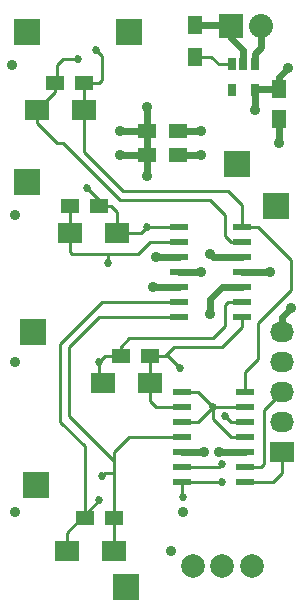
<source format=gbr>
G04 #@! TF.FileFunction,Copper,L1,Top,Signal*
%FSLAX46Y46*%
G04 Gerber Fmt 4.6, Leading zero omitted, Abs format (unit mm)*
G04 Created by KiCad (PCBNEW 0.201505220134+5676~23~ubuntu14.04.1-product) date Mon 25 May 2015 02:30:49 PM EDT*
%MOMM*%
G01*
G04 APERTURE LIST*
%ADD10C,0.100000*%
%ADD11R,1.250000X1.500000*%
%ADD12R,1.500000X1.250000*%
%ADD13R,2.032000X2.032000*%
%ADD14O,2.032000X2.032000*%
%ADD15R,1.300000X1.500000*%
%ADD16R,1.500000X1.300000*%
%ADD17R,2.000000X1.700000*%
%ADD18R,0.650000X1.060000*%
%ADD19R,1.500000X0.600000*%
%ADD20R,2.032000X1.727200*%
%ADD21O,2.032000X1.727200*%
%ADD22R,2.235200X2.235200*%
%ADD23C,2.000000*%
%ADD24C,0.889000*%
%ADD25C,0.685800*%
%ADD26C,0.609600*%
%ADD27C,0.254000*%
G04 APERTURE END LIST*
D10*
D11*
X101346000Y-74442000D03*
X101346000Y-76942000D03*
D12*
X84816000Y-73914000D03*
X82316000Y-73914000D03*
X87356000Y-110744000D03*
X84856000Y-110744000D03*
X86086000Y-84328000D03*
X83586000Y-84328000D03*
D13*
X97282000Y-69088000D03*
D14*
X99822000Y-69088000D03*
D15*
X94234000Y-71708000D03*
X94234000Y-69008000D03*
D16*
X92790000Y-80010000D03*
X90090000Y-80010000D03*
X90090000Y-77978000D03*
X92790000Y-77978000D03*
D17*
X84804000Y-76200000D03*
X80804000Y-76200000D03*
X90392000Y-99314000D03*
X86392000Y-99314000D03*
X87344000Y-113538000D03*
X83344000Y-113538000D03*
X87598000Y-86614000D03*
X83598000Y-86614000D03*
D18*
X99248000Y-72306000D03*
X98298000Y-72306000D03*
X97348000Y-72306000D03*
X97348000Y-74506000D03*
X99248000Y-74506000D03*
D19*
X92804000Y-86106000D03*
X92804000Y-87376000D03*
X92804000Y-88646000D03*
X92804000Y-89916000D03*
X92804000Y-91186000D03*
X92804000Y-92456000D03*
X92804000Y-93726000D03*
X98204000Y-93726000D03*
X98204000Y-92456000D03*
X98204000Y-91186000D03*
X98204000Y-89916000D03*
X98204000Y-88646000D03*
X98204000Y-87376000D03*
X98204000Y-86106000D03*
X98458000Y-107696000D03*
X98458000Y-106426000D03*
X98458000Y-105156000D03*
X98458000Y-103886000D03*
X98458000Y-102616000D03*
X98458000Y-101346000D03*
X98458000Y-100076000D03*
X93058000Y-100076000D03*
X93058000Y-101346000D03*
X93058000Y-102616000D03*
X93058000Y-103886000D03*
X93058000Y-105156000D03*
X93058000Y-106426000D03*
X93058000Y-107696000D03*
D12*
X90404000Y-97028000D03*
X87904000Y-97028000D03*
D20*
X101600000Y-105156000D03*
D21*
X101600000Y-102616000D03*
X101600000Y-100076000D03*
X101600000Y-97536000D03*
X101600000Y-94996000D03*
D22*
X88646000Y-69596000D03*
X101092000Y-84328000D03*
X97790000Y-80772000D03*
X88392000Y-116586000D03*
X80010000Y-69596000D03*
X80518000Y-94996000D03*
X80772000Y-107950000D03*
X80010000Y-82296000D03*
D23*
X99020000Y-114808000D03*
X96520000Y-114808000D03*
X94020000Y-114808000D03*
D24*
X93218000Y-110236000D03*
X102362000Y-92964000D03*
X101346000Y-78994000D03*
X94742000Y-77978000D03*
X94996000Y-105156000D03*
X100584000Y-89916000D03*
X92202000Y-113538000D03*
X102108000Y-72644000D03*
X99314000Y-76200000D03*
X94742000Y-80010000D03*
X94742000Y-89916000D03*
X96266000Y-105156000D03*
D25*
X85852000Y-71120000D03*
X84328000Y-71882000D03*
X92964000Y-98044000D03*
X86106000Y-97536000D03*
X86360000Y-107188000D03*
X86106000Y-109220000D03*
X96774000Y-102108000D03*
X90170000Y-86106000D03*
X85090000Y-82804000D03*
X86868000Y-89154000D03*
D24*
X87884000Y-77978000D03*
X90170000Y-75946000D03*
X87884000Y-80010000D03*
X90170000Y-81788000D03*
X78994000Y-85090000D03*
X78740000Y-72390000D03*
X78994000Y-110236000D03*
X78994000Y-97536000D03*
X90932000Y-88646000D03*
X90678000Y-91186000D03*
X95504000Y-88392000D03*
X95504000Y-93472000D03*
D25*
X95758000Y-101346000D03*
X96520000Y-107696000D03*
X93218000Y-108966000D03*
X96520000Y-106172000D03*
D26*
X99248000Y-71440000D02*
X99822000Y-70866000D01*
X99822000Y-70866000D02*
X99822000Y-69088000D01*
X99248000Y-72306000D02*
X99248000Y-71440000D01*
X101600000Y-94996000D02*
X101600000Y-93726000D01*
X101600000Y-93726000D02*
X102362000Y-92964000D01*
X97282000Y-70104000D02*
X97282000Y-69088000D01*
X98298000Y-71120000D02*
X97282000Y-70104000D01*
X98298000Y-72306000D02*
X98298000Y-71120000D01*
X101346000Y-76942000D02*
X101346000Y-78994000D01*
X97202000Y-69008000D02*
X97282000Y-69088000D01*
X92790000Y-77978000D02*
X94742000Y-77978000D01*
X93058000Y-105156000D02*
X94996000Y-105156000D01*
X100584000Y-89916000D02*
X98204000Y-89916000D01*
X97202000Y-69008000D02*
X97282000Y-69088000D01*
X94234000Y-69008000D02*
X97202000Y-69008000D01*
X99312000Y-74442000D02*
X99248000Y-74506000D01*
X101346000Y-74442000D02*
X99312000Y-74442000D01*
X101346000Y-73406000D02*
X102108000Y-72644000D01*
X101346000Y-74442000D02*
X101346000Y-73406000D01*
X99248000Y-76134000D02*
X99314000Y-76200000D01*
X99248000Y-74506000D02*
X99248000Y-76134000D01*
X92790000Y-80010000D02*
X94742000Y-80010000D01*
X92804000Y-89916000D02*
X94742000Y-89916000D01*
X98458000Y-105156000D02*
X96266000Y-105156000D01*
D27*
X101600000Y-88138000D02*
X102362000Y-88900000D01*
X98204000Y-86106000D02*
X99568000Y-86106000D01*
X101600000Y-88138000D02*
X99568000Y-86106000D01*
X98458000Y-98392000D02*
X98458000Y-100076000D01*
X99568000Y-97282000D02*
X98458000Y-98392000D01*
X99568000Y-94234000D02*
X99568000Y-97282000D01*
X102362000Y-91440000D02*
X99568000Y-94234000D01*
X102362000Y-88900000D02*
X102362000Y-91440000D01*
X84816000Y-76188000D02*
X84804000Y-76200000D01*
X84816000Y-73914000D02*
X84816000Y-76188000D01*
X84804000Y-79724000D02*
X88138000Y-83058000D01*
X88138000Y-83058000D02*
X97028000Y-83058000D01*
X97028000Y-83058000D02*
X98204000Y-84234000D01*
X98204000Y-84234000D02*
X98204000Y-86106000D01*
X84804000Y-76200000D02*
X84804000Y-79724000D01*
X85852000Y-71120000D02*
X86360000Y-71628000D01*
X86360000Y-71628000D02*
X86360000Y-73660000D01*
X86360000Y-73660000D02*
X86106000Y-73914000D01*
X86106000Y-73914000D02*
X84816000Y-73914000D01*
X82316000Y-74688000D02*
X80804000Y-76200000D01*
X82316000Y-73914000D02*
X82316000Y-74688000D01*
X80804000Y-77248000D02*
X82550000Y-78994000D01*
X82550000Y-78994000D02*
X83058000Y-78994000D01*
X83058000Y-78994000D02*
X87884000Y-83820000D01*
X87884000Y-83820000D02*
X95504000Y-83820000D01*
X95504000Y-83820000D02*
X96774000Y-85090000D01*
X96774000Y-85090000D02*
X96774000Y-86868000D01*
X96774000Y-86868000D02*
X97282000Y-87376000D01*
X97282000Y-87376000D02*
X98204000Y-87376000D01*
X80804000Y-76200000D02*
X80804000Y-77248000D01*
X82550000Y-73680000D02*
X82316000Y-73914000D01*
X84328000Y-71882000D02*
X83058000Y-71882000D01*
X83058000Y-71882000D02*
X82550000Y-72390000D01*
X82550000Y-72390000D02*
X82550000Y-73680000D01*
X93058000Y-101346000D02*
X90932000Y-101346000D01*
X90392000Y-100806000D02*
X90392000Y-99314000D01*
X90932000Y-101346000D02*
X90392000Y-100806000D01*
X90392000Y-97040000D02*
X90404000Y-97028000D01*
X90392000Y-99314000D02*
X90392000Y-97040000D01*
X91694000Y-97028000D02*
X92456000Y-96266000D01*
X92456000Y-96266000D02*
X96520000Y-96266000D01*
X96520000Y-96266000D02*
X98204000Y-94582000D01*
X98204000Y-94582000D02*
X98204000Y-93726000D01*
X90404000Y-97028000D02*
X91694000Y-97028000D01*
X92964000Y-98044000D02*
X91948000Y-97028000D01*
X91948000Y-97028000D02*
X90404000Y-97028000D01*
X86614000Y-97028000D02*
X86106000Y-97536000D01*
X87904000Y-97028000D02*
X86614000Y-97028000D01*
X86106000Y-99028000D02*
X86392000Y-99314000D01*
X86106000Y-97536000D02*
X86106000Y-99028000D01*
X97028000Y-92456000D02*
X96774000Y-92710000D01*
X96774000Y-92710000D02*
X96774000Y-94488000D01*
X96774000Y-94488000D02*
X95758000Y-95504000D01*
X95758000Y-95504000D02*
X88646000Y-95504000D01*
X88646000Y-95504000D02*
X87904000Y-96246000D01*
X87904000Y-96246000D02*
X87904000Y-97028000D01*
X98204000Y-92456000D02*
X97028000Y-92456000D01*
X93058000Y-103886000D02*
X88646000Y-103886000D01*
X87376000Y-106680000D02*
X87356000Y-106680000D01*
X87376000Y-105156000D02*
X87376000Y-106680000D01*
X88646000Y-103886000D02*
X87376000Y-105156000D01*
X87356000Y-113526000D02*
X87344000Y-113538000D01*
X87356000Y-110744000D02*
X87356000Y-113526000D01*
X86106000Y-93726000D02*
X83566000Y-96266000D01*
X83566000Y-96266000D02*
X83566000Y-102108000D01*
X83566000Y-102108000D02*
X87356000Y-105898000D01*
X87356000Y-106934000D02*
X87356000Y-110744000D01*
X87356000Y-105898000D02*
X87356000Y-106680000D01*
X87356000Y-106680000D02*
X87356000Y-106934000D01*
X92804000Y-93726000D02*
X86106000Y-93726000D01*
X87356000Y-108986000D02*
X87356000Y-110744000D01*
X86360000Y-107188000D02*
X86614000Y-106934000D01*
X86614000Y-106934000D02*
X87356000Y-106934000D01*
X83344000Y-111982000D02*
X83344000Y-113538000D01*
X84582000Y-110744000D02*
X83344000Y-111982000D01*
X84856000Y-110744000D02*
X84582000Y-110744000D01*
X84856000Y-104668000D02*
X82804000Y-102616000D01*
X82804000Y-102616000D02*
X82804000Y-96012000D01*
X82804000Y-96012000D02*
X86360000Y-92456000D01*
X86360000Y-92456000D02*
X92804000Y-92456000D01*
X84856000Y-110744000D02*
X84856000Y-104668000D01*
X84856000Y-110470000D02*
X84856000Y-110744000D01*
X86106000Y-109220000D02*
X84856000Y-110470000D01*
X98458000Y-102616000D02*
X97282000Y-102616000D01*
X97282000Y-102616000D02*
X96774000Y-102108000D01*
X87122000Y-84328000D02*
X87598000Y-84804000D01*
X87598000Y-84804000D02*
X87598000Y-86614000D01*
X86086000Y-84328000D02*
X87122000Y-84328000D01*
X89662000Y-86614000D02*
X87598000Y-86614000D01*
X89662000Y-86614000D02*
X90170000Y-86106000D01*
X92804000Y-86106000D02*
X90170000Y-86106000D01*
X86086000Y-83800000D02*
X86086000Y-84328000D01*
X85090000Y-82804000D02*
X86086000Y-83800000D01*
X83586000Y-86602000D02*
X83598000Y-86614000D01*
X83586000Y-84328000D02*
X83586000Y-86602000D01*
X83598000Y-88170000D02*
X83820000Y-88392000D01*
X86868000Y-88392000D02*
X89408000Y-88392000D01*
X83820000Y-88392000D02*
X86868000Y-88392000D01*
X89408000Y-88392000D02*
X90424000Y-87376000D01*
X90424000Y-87376000D02*
X92804000Y-87376000D01*
X83598000Y-86614000D02*
X83598000Y-88170000D01*
X86868000Y-89154000D02*
X86868000Y-88392000D01*
D26*
X90090000Y-77978000D02*
X87884000Y-77978000D01*
X90090000Y-76026000D02*
X90170000Y-75946000D01*
X90090000Y-77978000D02*
X90090000Y-76026000D01*
X90090000Y-77978000D02*
X90090000Y-80010000D01*
X90090000Y-80010000D02*
X87884000Y-80010000D01*
X90090000Y-81708000D02*
X90170000Y-81788000D01*
X90090000Y-80010000D02*
X90090000Y-81708000D01*
X92804000Y-88646000D02*
X90932000Y-88646000D01*
X92804000Y-91186000D02*
X90678000Y-91186000D01*
X95758000Y-88646000D02*
X95504000Y-88392000D01*
X98204000Y-88646000D02*
X95758000Y-88646000D01*
X96520000Y-91186000D02*
X98204000Y-91186000D01*
X96520000Y-91186000D02*
X95504000Y-92202000D01*
X95504000Y-93472000D02*
X95504000Y-92202000D01*
D27*
X96182000Y-72306000D02*
X95584000Y-71708000D01*
X95584000Y-71708000D02*
X94234000Y-71708000D01*
X97348000Y-72306000D02*
X96182000Y-72306000D01*
X94488000Y-100076000D02*
X95758000Y-101346000D01*
X94488000Y-102616000D02*
X93058000Y-102616000D01*
X94488000Y-102616000D02*
X95758000Y-101346000D01*
X93058000Y-100076000D02*
X94488000Y-100076000D01*
X98458000Y-101346000D02*
X95758000Y-101346000D01*
X97282000Y-103886000D02*
X95758000Y-102362000D01*
X95758000Y-102362000D02*
X95758000Y-101346000D01*
X98458000Y-103886000D02*
X97282000Y-103886000D01*
X98458000Y-107696000D02*
X100838000Y-107696000D01*
X101600000Y-106934000D02*
X101600000Y-105156000D01*
X100838000Y-107696000D02*
X101600000Y-106934000D01*
X93058000Y-107696000D02*
X96520000Y-107696000D01*
X93218000Y-108966000D02*
X93058000Y-108806000D01*
X93058000Y-108806000D02*
X93058000Y-107696000D01*
X98458000Y-106426000D02*
X99822000Y-106426000D01*
X100076000Y-101600000D02*
X101600000Y-100076000D01*
X100076000Y-106172000D02*
X100076000Y-101600000D01*
X99822000Y-106426000D02*
X100076000Y-106172000D01*
X93058000Y-106426000D02*
X96266000Y-106426000D01*
X96266000Y-106426000D02*
X96520000Y-106172000D01*
M02*

</source>
